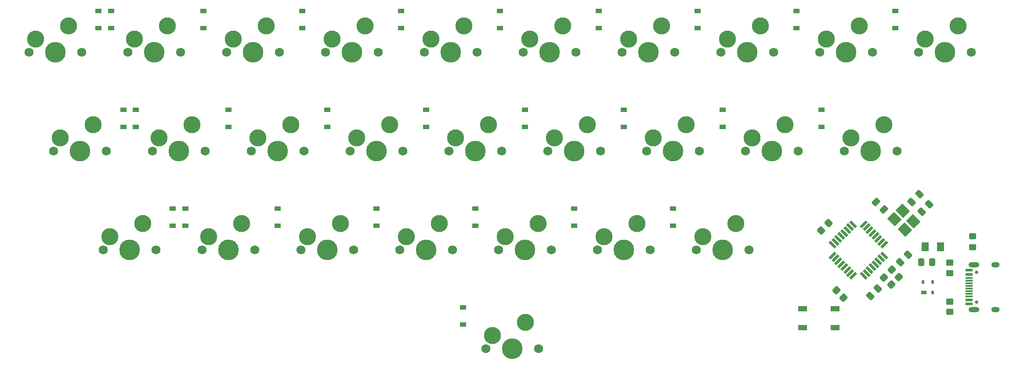
<source format=gbr>
G04 #@! TF.GenerationSoftware,KiCad,Pcbnew,(6.0.6)*
G04 #@! TF.CreationDate,2022-08-05T17:16:04-07:00*
G04 #@! TF.ProjectId,bored27-revision,626f7265-6432-4372-9d72-65766973696f,rev?*
G04 #@! TF.SameCoordinates,Original*
G04 #@! TF.FileFunction,Soldermask,Top*
G04 #@! TF.FilePolarity,Negative*
%FSLAX46Y46*%
G04 Gerber Fmt 4.6, Leading zero omitted, Abs format (unit mm)*
G04 Created by KiCad (PCBNEW (6.0.6)) date 2022-08-05 17:16:04*
%MOMM*%
%LPD*%
G01*
G04 APERTURE LIST*
G04 Aperture macros list*
%AMRoundRect*
0 Rectangle with rounded corners*
0 $1 Rounding radius*
0 $2 $3 $4 $5 $6 $7 $8 $9 X,Y pos of 4 corners*
0 Add a 4 corners polygon primitive as box body*
4,1,4,$2,$3,$4,$5,$6,$7,$8,$9,$2,$3,0*
0 Add four circle primitives for the rounded corners*
1,1,$1+$1,$2,$3*
1,1,$1+$1,$4,$5*
1,1,$1+$1,$6,$7*
1,1,$1+$1,$8,$9*
0 Add four rect primitives between the rounded corners*
20,1,$1+$1,$2,$3,$4,$5,0*
20,1,$1+$1,$4,$5,$6,$7,0*
20,1,$1+$1,$6,$7,$8,$9,0*
20,1,$1+$1,$8,$9,$2,$3,0*%
%AMRotRect*
0 Rectangle, with rotation*
0 The origin of the aperture is its center*
0 $1 length*
0 $2 width*
0 $3 Rotation angle, in degrees counterclockwise*
0 Add horizontal line*
21,1,$1,$2,0,0,$3*%
G04 Aperture macros list end*
%ADD10RoundRect,0.250000X0.565685X0.070711X0.070711X0.565685X-0.565685X-0.070711X-0.070711X-0.565685X0*%
%ADD11RoundRect,0.250000X-0.574524X-0.097227X-0.097227X-0.574524X0.574524X0.097227X0.097227X0.574524X0*%
%ADD12R,1.200000X0.900000*%
%ADD13RoundRect,0.250000X-0.070711X0.565685X-0.565685X0.070711X0.070711X-0.565685X0.565685X-0.070711X0*%
%ADD14RoundRect,0.250000X0.450000X-0.325000X0.450000X0.325000X-0.450000X0.325000X-0.450000X-0.325000X0*%
%ADD15RoundRect,0.250000X-0.337500X-0.475000X0.337500X-0.475000X0.337500X0.475000X-0.337500X0.475000X0*%
%ADD16R,1.000000X0.700000*%
%ADD17R,0.600000X0.700000*%
%ADD18RoundRect,0.250000X0.097227X-0.574524X0.574524X-0.097227X-0.097227X0.574524X-0.574524X0.097227X0*%
%ADD19R,1.800000X1.100000*%
%ADD20RoundRect,0.250001X-0.462499X-0.624999X0.462499X-0.624999X0.462499X0.624999X-0.462499X0.624999X0*%
%ADD21RotRect,2.100000X1.800000X135.000000*%
%ADD22RoundRect,0.250000X-0.565685X-0.070711X-0.070711X-0.565685X0.565685X0.070711X0.070711X0.565685X0*%
%ADD23RoundRect,0.250000X-0.450000X0.350000X-0.450000X-0.350000X0.450000X-0.350000X0.450000X0.350000X0*%
%ADD24RoundRect,0.250000X-0.097227X0.574524X-0.574524X0.097227X0.097227X-0.574524X0.574524X-0.097227X0*%
%ADD25C,0.650000*%
%ADD26R,1.450000X0.600000*%
%ADD27R,1.450000X0.300000*%
%ADD28O,1.600000X1.000000*%
%ADD29O,2.100000X1.000000*%
%ADD30RotRect,1.600000X0.550000X225.000000*%
%ADD31RotRect,1.600000X0.550000X315.000000*%
%ADD32RoundRect,0.250000X0.450000X-0.350000X0.450000X0.350000X-0.450000X0.350000X-0.450000X-0.350000X0*%
%ADD33C,1.750000*%
%ADD34C,3.987800*%
%ADD35C,3.300000*%
G04 APERTURE END LIST*
D10*
X220667014Y-113834614D03*
X219252800Y-112420400D03*
D11*
X217734754Y-97846754D03*
X219202000Y-99314000D03*
D12*
X92868750Y-80106250D03*
X92868750Y-83406250D03*
X130968750Y-80106250D03*
X130968750Y-83406250D03*
D13*
X208534000Y-101981000D03*
X207119786Y-103395214D03*
D14*
X236347000Y-106570999D03*
X236347000Y-104520999D03*
D12*
X121443750Y-99156250D03*
X121443750Y-102456250D03*
X67881500Y-61056250D03*
X67881500Y-64356250D03*
X202374500Y-61056250D03*
X202374500Y-64356250D03*
X178593750Y-99156250D03*
X178593750Y-102456250D03*
X126206250Y-61056250D03*
X126206250Y-64356250D03*
D15*
X226441000Y-109474000D03*
X228516000Y-109474000D03*
D12*
X140493750Y-99156250D03*
X140493750Y-102456250D03*
D16*
X226935600Y-115299999D03*
D17*
X228635600Y-115299999D03*
X228635600Y-113299999D03*
X226735600Y-113299999D03*
D12*
X70294500Y-61056250D03*
X70294500Y-64356250D03*
D18*
X226497754Y-99765246D03*
X227965000Y-98298000D03*
D12*
X150018750Y-80106250D03*
X150018750Y-83406250D03*
X183356250Y-61056250D03*
X183356250Y-64356250D03*
X159543750Y-99156250D03*
X159543750Y-102456250D03*
D18*
X224592754Y-97860246D03*
X226060000Y-96393000D03*
D12*
X84582000Y-99156250D03*
X84582000Y-102456250D03*
D19*
X209792500Y-118419000D03*
X203592500Y-118419000D03*
X203592500Y-122119000D03*
X209792500Y-122119000D03*
D20*
X227149000Y-106553000D03*
X230124000Y-106553000D03*
D12*
X102393750Y-99156250D03*
X102393750Y-102456250D03*
D21*
X224935610Y-101618610D03*
X222885000Y-99568000D03*
X221258654Y-101194346D03*
X223309264Y-103244956D03*
D12*
X188118750Y-80106250D03*
X188118750Y-83406250D03*
X75057000Y-80106250D03*
X75057000Y-83406250D03*
X221456250Y-61056250D03*
X221456250Y-64356250D03*
D22*
X210040786Y-114917786D03*
X211455000Y-116332000D03*
D10*
X222140214Y-112361414D03*
X220726000Y-110947200D03*
D12*
X138112500Y-118206250D03*
X138112500Y-121506250D03*
X164274500Y-61056250D03*
X164274500Y-64356250D03*
D23*
X231902000Y-117094000D03*
X231902000Y-119094000D03*
D12*
X82169000Y-99156250D03*
X82169000Y-102456250D03*
X145256250Y-61056250D03*
X145256250Y-64356250D03*
D24*
X218059000Y-114554000D03*
X216591754Y-116021246D03*
D12*
X111918750Y-80106250D03*
X111918750Y-83406250D03*
X207168750Y-80106250D03*
X207168750Y-83406250D03*
D25*
X237112500Y-111410000D03*
X237112500Y-117190000D03*
D26*
X235667500Y-117550000D03*
X235667500Y-116750000D03*
D27*
X235667500Y-115550000D03*
X235667500Y-114550000D03*
X235667500Y-114050000D03*
X235667500Y-113050000D03*
D26*
X235667500Y-111850000D03*
X235667500Y-111050000D03*
X235667500Y-111050000D03*
X235667500Y-111850000D03*
D27*
X235667500Y-112550000D03*
X235667500Y-113550000D03*
X235667500Y-115050000D03*
X235667500Y-116050000D03*
D26*
X235667500Y-116750000D03*
X235667500Y-117550000D03*
D28*
X240762500Y-109980000D03*
D29*
X236582500Y-109980000D03*
X236582500Y-118620000D03*
D28*
X240762500Y-118620000D03*
D24*
X223844246Y-108006754D03*
X222377000Y-109474000D03*
D12*
X169068750Y-80106250D03*
X169068750Y-83406250D03*
D30*
X219297603Y-106130945D03*
X218731917Y-105565260D03*
X218166232Y-104999574D03*
X217600547Y-104433889D03*
X217034861Y-103868203D03*
X216469176Y-103302518D03*
X215903490Y-102736833D03*
X215337805Y-102171147D03*
D31*
X213287195Y-102171147D03*
X212721510Y-102736833D03*
X212155824Y-103302518D03*
X211590139Y-103868203D03*
X211024453Y-104433889D03*
X210458768Y-104999574D03*
X209893083Y-105565260D03*
X209327397Y-106130945D03*
D30*
X209327397Y-108181555D03*
X209893083Y-108747240D03*
X210458768Y-109312926D03*
X211024453Y-109878611D03*
X211590139Y-110444297D03*
X212155824Y-111009982D03*
X212721510Y-111575667D03*
X213287195Y-112141353D03*
D31*
X215337805Y-112141353D03*
X215903490Y-111575667D03*
X216469176Y-111009982D03*
X217034861Y-110444297D03*
X217600547Y-109878611D03*
X218166232Y-109312926D03*
X218731917Y-108747240D03*
X219297603Y-108181555D03*
D12*
X72644000Y-80106250D03*
X72644000Y-83406250D03*
X88106250Y-61056250D03*
X88106250Y-64356250D03*
X107156250Y-61056250D03*
X107156250Y-64356250D03*
D32*
X231902000Y-111601000D03*
X231902000Y-109601000D03*
D33*
X140811250Y-69056250D03*
D34*
X135731250Y-69056250D03*
D33*
X130651250Y-69056250D03*
D35*
X131921250Y-66516250D03*
X138271250Y-63976250D03*
D33*
X116363750Y-88106250D03*
X126523750Y-88106250D03*
D34*
X121443750Y-88106250D03*
D35*
X117633750Y-85566250D03*
X123983750Y-83026250D03*
D33*
X59213750Y-88106250D03*
X69373750Y-88106250D03*
D34*
X64293750Y-88106250D03*
D35*
X60483750Y-85566250D03*
X66833750Y-83026250D03*
D34*
X169068750Y-107156250D03*
D33*
X174148750Y-107156250D03*
X163988750Y-107156250D03*
D35*
X165258750Y-104616250D03*
X171608750Y-102076250D03*
D33*
X164623750Y-88106250D03*
D34*
X159543750Y-88106250D03*
D33*
X154463750Y-88106250D03*
D35*
X155733750Y-85566250D03*
X162083750Y-83026250D03*
D33*
X236061250Y-69056250D03*
X225901250Y-69056250D03*
D34*
X230981250Y-69056250D03*
D35*
X227171250Y-66516250D03*
X233521250Y-63976250D03*
D33*
X197961250Y-69056250D03*
D34*
X192881250Y-69056250D03*
D33*
X187801250Y-69056250D03*
D35*
X189071250Y-66516250D03*
X195421250Y-63976250D03*
D33*
X206851250Y-69056250D03*
X217011250Y-69056250D03*
D34*
X211931250Y-69056250D03*
D35*
X208121250Y-66516250D03*
X214471250Y-63976250D03*
D34*
X102393750Y-88106250D03*
D33*
X97313750Y-88106250D03*
X107473750Y-88106250D03*
D35*
X98583750Y-85566250D03*
X104933750Y-83026250D03*
D33*
X144938750Y-107156250D03*
X155098750Y-107156250D03*
D34*
X150018750Y-107156250D03*
D35*
X146208750Y-104616250D03*
X152558750Y-102076250D03*
D33*
X168751250Y-69056250D03*
D34*
X173831250Y-69056250D03*
D33*
X178911250Y-69056250D03*
D35*
X170021250Y-66516250D03*
X176371250Y-63976250D03*
D34*
X147637500Y-126206250D03*
D33*
X152717500Y-126206250D03*
X142557500Y-126206250D03*
D35*
X143827500Y-123666250D03*
X150177500Y-121126250D03*
D33*
X211613750Y-88106250D03*
D34*
X216693750Y-88106250D03*
D33*
X221773750Y-88106250D03*
D35*
X212883750Y-85566250D03*
X219233750Y-83026250D03*
D33*
X106838750Y-107156250D03*
D34*
X111918750Y-107156250D03*
D33*
X116998750Y-107156250D03*
D35*
X108108750Y-104616250D03*
X114458750Y-102076250D03*
D34*
X130968750Y-107156250D03*
D33*
X125888750Y-107156250D03*
X136048750Y-107156250D03*
D35*
X127158750Y-104616250D03*
X133508750Y-102076250D03*
D33*
X87788750Y-107156250D03*
X97948750Y-107156250D03*
D34*
X92868750Y-107156250D03*
D35*
X89058750Y-104616250D03*
X95408750Y-102076250D03*
D33*
X121761250Y-69056250D03*
D34*
X116681250Y-69056250D03*
D33*
X111601250Y-69056250D03*
D35*
X112871250Y-66516250D03*
X119221250Y-63976250D03*
D34*
X197643750Y-88106250D03*
D33*
X202723750Y-88106250D03*
X192563750Y-88106250D03*
D35*
X193833750Y-85566250D03*
X200183750Y-83026250D03*
D33*
X102711250Y-69056250D03*
D34*
X97631250Y-69056250D03*
D33*
X92551250Y-69056250D03*
D35*
X93821250Y-66516250D03*
X100171250Y-63976250D03*
D33*
X135413750Y-88106250D03*
D34*
X140493750Y-88106250D03*
D33*
X145573750Y-88106250D03*
D35*
X136683750Y-85566250D03*
X143033750Y-83026250D03*
D33*
X83661250Y-69056250D03*
D34*
X78581250Y-69056250D03*
D33*
X73501250Y-69056250D03*
D35*
X74771250Y-66516250D03*
X81121250Y-63976250D03*
D33*
X68738750Y-107156250D03*
D34*
X73818750Y-107156250D03*
D33*
X78898750Y-107156250D03*
D35*
X70008750Y-104616250D03*
X76358750Y-102076250D03*
D33*
X173513750Y-88106250D03*
X183673750Y-88106250D03*
D34*
X178593750Y-88106250D03*
D35*
X174783750Y-85566250D03*
X181133750Y-83026250D03*
D33*
X193198750Y-107156250D03*
D34*
X188118750Y-107156250D03*
D33*
X183038750Y-107156250D03*
D35*
X184308750Y-104616250D03*
X190658750Y-102076250D03*
D33*
X64611250Y-69056250D03*
X54451250Y-69056250D03*
D34*
X59531250Y-69056250D03*
D35*
X55721250Y-66516250D03*
X62071250Y-63976250D03*
D33*
X78263750Y-88106250D03*
X88423750Y-88106250D03*
D34*
X83343750Y-88106250D03*
D35*
X79533750Y-85566250D03*
X85883750Y-83026250D03*
D33*
X149701250Y-69056250D03*
X159861250Y-69056250D03*
D34*
X154781250Y-69056250D03*
D35*
X150971250Y-66516250D03*
X157321250Y-63976250D03*
M02*

</source>
